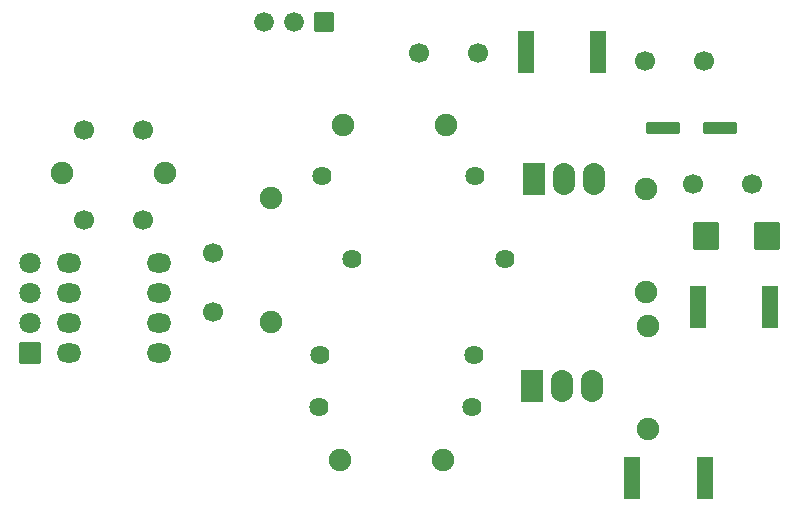
<source format=gts>
G04 Layer: TopSolderMaskLayer*
G04 EasyEDA Pro v2.1.64.d1969c9c.217bcf, 2024-10-29 18:51:19*
G04 Gerber Generator version 0.3*
G04 Scale: 100 percent, Rotated: No, Reflected: No*
G04 Dimensions in millimeters*
G04 Leading zeros omitted, absolute positions, 3 integers and 5 decimals*
%FSLAX35Y35*%
%MOMM*%
%AMRoundRect*1,1,$1,$2,$3*1,1,$1,$4,$5*1,1,$1,0-$2,0-$3*1,1,$1,0-$4,0-$5*20,1,$1,$2,$3,$4,$5,0*20,1,$1,$4,$5,0-$2,0-$3,0*20,1,$1,0-$2,0-$3,0-$4,0-$5,0*20,1,$1,0-$4,0-$5,$2,$3,0*4,1,4,$2,$3,$4,$5,0-$2,0-$3,0-$4,0-$5,$2,$3,0*%
%ADD10O,2.0716X1.6256*%
%ADD11RoundRect,0.09233X-1.35463X0.45964X1.35463X0.45964*%
%ADD12RoundRect,0.09465X0.64474X-1.73147X-0.64474X-1.73147*%
%ADD13C,1.9016*%
%ADD14RoundRect,0.09738X-1.02606X1.12281X1.02606X1.12281*%
%ADD15C,1.6256*%
%ADD16C,1.7*%
%ADD17RoundRect,0.09618X-0.85271X-0.85271X-0.85271X0.85271*%
%ADD18C,1.8016*%
%ADD19O,1.9016X2.70159*%
%ADD20RoundRect,0.09645X-0.90257X1.30257X0.90257X1.30257*%
%ADD21C,1.6768*%
%ADD22RoundRect,0.09615X0.79032X-0.79032X-0.79032X-0.79032*%
G75*


G04 Pad Start*
G54D10*
G01X1206500Y3390900D03*
G01X1968500Y3390900D03*
G01X1206500Y3136900D03*
G01X1968500Y3136900D03*
G01X1206500Y2882900D03*
G01X1968500Y2882900D03*
G01X1206500Y2628900D03*
G01X1968500Y2628900D03*
G54D11*
G01X6236995Y4533900D03*
G01X6717005Y4533900D03*
G54D12*
G01X5979871Y1574800D03*
G01X6593129Y1574800D03*
G01X5076342Y5179771D03*
G01X5689600Y5179771D03*
G54D13*
G01X2022500Y4152900D03*
G01X1152500Y4152900D03*
G01X3527400Y4559300D03*
G01X4397400Y4559300D03*
G01X3502000Y1727200D03*
G01X4372000Y1727200D03*
G01X6108700Y2860700D03*
G01X6108700Y1990700D03*
G01X6096000Y4016400D03*
G01X6096000Y3146400D03*
G54D12*
G01X6535014Y3022600D03*
G01X7148271Y3022600D03*
G54D14*
G01X6598869Y3619500D03*
G01X7117131Y3619500D03*
G54D15*
G01X3604501Y3429000D03*
G01X4904499Y3429000D03*
G54D13*
G01X2921000Y2891307D03*
G01X2921000Y3941293D03*
G54D15*
G01X4625099Y2171700D03*
G01X3325101Y2171700D03*
G01X4650499Y4127500D03*
G01X3350501Y4127500D03*
G01X4637799Y2616200D03*
G01X3337801Y2616200D03*
G54D16*
G01X1337501Y3759200D03*
G01X1837500Y3759200D03*
G01X1337501Y4521200D03*
G01X1837500Y4521200D03*
G01X6993700Y4064000D03*
G01X6493701Y4064000D03*
G54D17*
G01X876300Y2628900D03*
G54D18*
G01X876300Y2882900D03*
G01X876300Y3136900D03*
G01X876300Y3390900D03*
G54D16*
G01X4669600Y5168900D03*
G01X4169601Y5168900D03*
G01X6087301Y5105400D03*
G01X6587300Y5105400D03*
G54D19*
G01X5397995Y4102100D03*
G01X5651995Y4101109D03*
G54D20*
G01X5143995Y4102100D03*
G54D19*
G01X5384800Y2349995D03*
G01X5638800Y2349005D03*
G54D20*
G01X5130800Y2349995D03*
G54D21*
G01X2857500Y5435600D03*
G01X3111500Y5435600D03*
G54D22*
G01X3365500Y5435600D03*
G54D16*
G01X2425700Y2975801D03*
G01X2425700Y3475800D03*
G04 Pad End*

M02*

</source>
